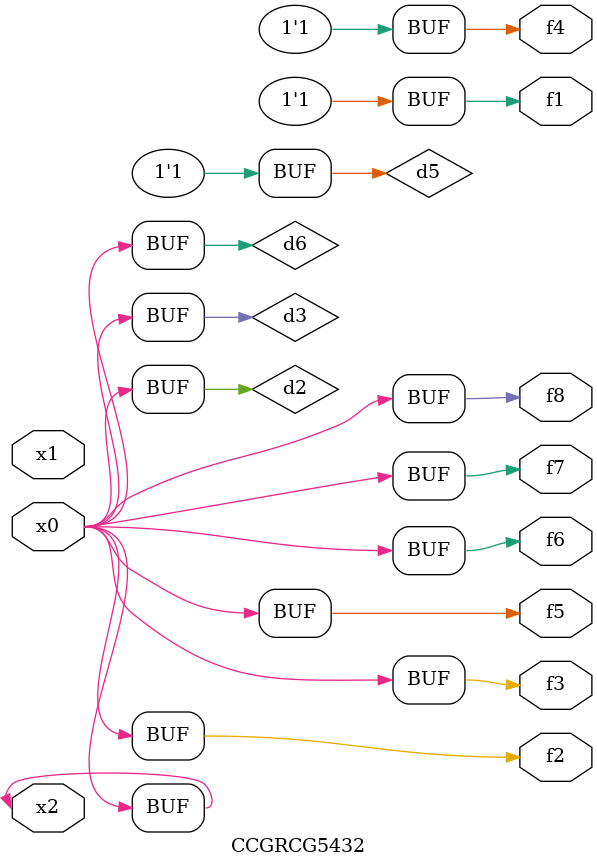
<source format=v>
module CCGRCG5432(
	input x0, x1, x2,
	output f1, f2, f3, f4, f5, f6, f7, f8
);

	wire d1, d2, d3, d4, d5, d6;

	xnor (d1, x2);
	buf (d2, x0, x2);
	and (d3, x0);
	xnor (d4, x1, x2);
	nand (d5, d1, d3);
	buf (d6, d2, d3);
	assign f1 = d5;
	assign f2 = d6;
	assign f3 = d6;
	assign f4 = d5;
	assign f5 = d6;
	assign f6 = d6;
	assign f7 = d6;
	assign f8 = d6;
endmodule

</source>
